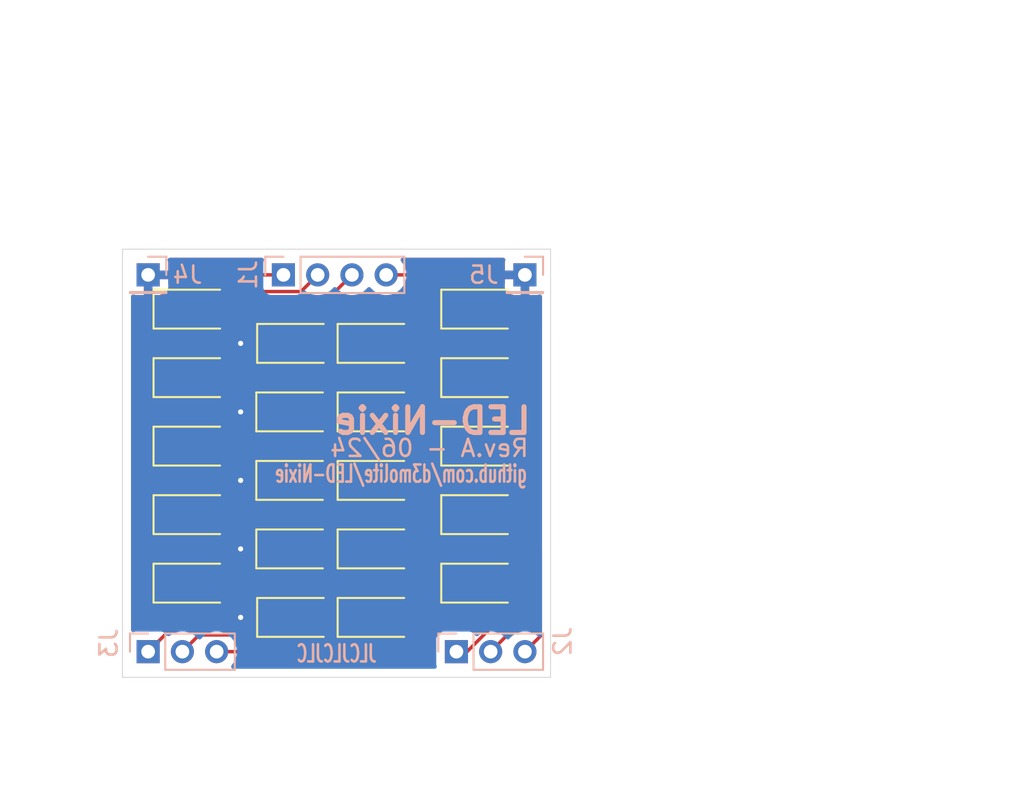
<source format=kicad_pcb>
(kicad_pcb (version 20240108) (generator "pcbnew") (generator_version "8.0")
  (layers (0 "F.Cu" signal) (31 "B.Cu" signal) (34 "B.Paste" user) (35 "F.Paste" user) (36 "B.SilkS" user "B.Silkscreen") (37 "F.SilkS" user "F.Silkscreen") (38 "B.Mask" user) (39 "F.Mask" user) (44 "Edge.Cuts" user))
  (net 0 "")
  (net 1 "Net-(D1-K)")
  (net 2 "GND")
  (net 3 "Net-(D3-K)")
  (net 4 "Net-(D5-K)")
  (net 5 "Net-(D7-K)")
  (net 6 "Net-(D10-A)")
  (net 7 "Net-(D11-K)")
  (net 8 "Net-(D13-K)")
  (net 9 "Net-(D15-K)")
  (net 10 "Net-(D1-A)")
  (net 11 "Net-(D3-A)")
  (net 12 "Net-(D5-A)")
  (net 13 "Net-(D7-A)")
  (net 14 "Net-(D9-A)")
  (net 15 "Net-(D11-A)")
  (net 16 "Net-(D13-A)")
  (net 17 "Net-(D15-A)")
  (net 18 "Net-(D17-A)")
  (net 19 "Net-(D17-K)")
  (net 20 "Net-(D19-K)")
  (net 21 "Net-(D19-A)")
  (footprint "custom_footprints:LED_1206_3216Metric_nosilkscreen" (layer "F.Cu") (at 97.6 41)
    (property "Reference" "D12" (hide yes))
    (property "Value" "LED" (hide yes))
    (fp_line (start -2.285 -1.135) (end -2.285 1.135) (stroke (width 0.12)) (layer "F.SilkS"))
    (fp_line (start -2.285 1.135) (end 1.6 1.135) (stroke (width 0.12)) (layer "F.SilkS"))
    (fp_line (start 1.6 -1.135) (end -2.285 -1.135) (stroke (width 0.12)) (layer "F.SilkS"))
    (pad "1" smd roundrect (at -1.4 0) (size 1.25 1.75) (layers "F.Cu" "F.Paste" "F.Mask") (roundrect_rratio 0.2) (net 2 "GND"))
    (pad "2" smd roundrect (at 1.4 0) (size 1.25 1.75) (layers "F.Cu" "F.Paste" "F.Mask") (roundrect_rratio 0.2) (net 7 "Net-(D11-K)"))
  )
  (footprint "custom_footprints:LED_1206_3216Metric_nosilkscreen" (layer "F.Cu") (at 91.6 39)
    (property "Reference" "D10" (hide yes))
    (property "Value" "LED" (hide yes))
    (fp_line (start -2.285 -1.135) (end -2.285 1.135) (stroke (width 0.12)) (layer "F.SilkS"))
    (fp_line (start -2.285 1.135) (end 1.6 1.135) (stroke (width 0.12)) (layer "F.SilkS"))
    (fp_line (start 1.6 -1.135) (end -2.285 -1.135) (stroke (width 0.12)) (layer "F.SilkS"))
    (pad "1" smd roundrect (at -1.4 0) (size 1.25 1.75) (layers "F.Cu" "F.Paste" "F.Mask") (roundrect_rratio 0.2) (net 2 "GND"))
    (pad "2" smd roundrect (at 1.4 0) (size 1.25 1.75) (layers "F.Cu" "F.Paste" "F.Mask") (roundrect_rratio 0.2) (net 6 "Net-(D10-A)"))
  )
  (footprint "custom_footprints:LED_1206_3216Metric_nosilkscreen" (layer "F.Cu") (at 91.6 35)
    (property "Reference" "D6" (hide yes))
    (property "Value" "LED" (hide yes))
    (fp_line (start -2.285 -1.135) (end -2.285 1.135) (stroke (width 0.12)) (layer "F.SilkS"))
    (fp_line (start -2.285 1.135) (end 1.6 1.135) (stroke (width 0.12)) (layer "F.SilkS"))
    (fp_line (start 1.6 -1.135) (end -2.285 -1.135) (stroke (width 0.12)) (layer "F.SilkS"))
    (pad "1" smd roundrect (at -1.4 0) (size 1.25 1.75) (layers "F.Cu" "F.Paste" "F.Mask") (roundrect_rratio 0.2) (net 2 "GND"))
    (pad "2" smd roundrect (at 1.4 0) (size 1.25 1.75) (layers "F.Cu" "F.Paste" "F.Mask") (roundrect_rratio 0.2) (net 4 "Net-(D5-K)"))
  )
  (footprint "custom_footprints:LED_1206_3216Metric_nosilkscreen" (layer "F.Cu") (at 97.65 33)
    (property "Reference" "D4" (hide yes))
    (property "Value" "LED" (hide yes))
    (fp_line (start -2.285 -1.135) (end -2.285 1.135) (stroke (width 0.12)) (layer "F.SilkS"))
    (fp_line (start -2.285 1.135) (end 1.6 1.135) (stroke (width 0.12)) (layer "F.SilkS"))
    (fp_line (start 1.6 -1.135) (end -2.285 -1.135) (stroke (width 0.12)) (layer "F.SilkS"))
    (pad "1" smd roundrect (at -1.4 0) (size 1.25 1.75) (layers "F.Cu" "F.Paste" "F.Mask") (roundrect_rratio 0.2) (net 2 "GND"))
    (pad "2" smd roundrect (at 1.4 0) (size 1.25 1.75) (layers "F.Cu" "F.Paste" "F.Mask") (roundrect_rratio 0.2) (net 3 "Net-(D3-K)"))
  )
  (footprint "custom_footprints:LED_1206_3216Metric_nosilkscreen" (layer "F.Cu") (at 102.35 37)
    (property "Reference" "D7" (hide yes))
    (property "Value" "LED" (hide yes))
    (fp_line (start -2.285 -1.135) (end -2.285 1.135) (stroke (width 0.12)) (layer "F.SilkS"))
    (fp_line (start -2.285 1.135) (end 1.6 1.135) (stroke (width 0.12)) (layer "F.SilkS"))
    (fp_line (start 1.6 -1.135) (end -2.285 -1.135) (stroke (width 0.12)) (layer "F.SilkS"))
    (pad "1" smd roundrect (at -1.4 0) (size 1.25 1.75) (layers "F.Cu" "F.Paste" "F.Mask") (roundrect_rratio 0.2) (net 5 "Net-(D7-K)"))
    (pad "2" smd roundrect (at 1.4 0) (size 1.25 1.75) (layers "F.Cu" "F.Paste" "F.Mask") (roundrect_rratio 0.2) (net 13 "Net-(D7-A)"))
  )
  (footprint "custom_footprints:LED_1206_3216Metric_nosilkscreen" (layer "F.Cu") (at 97.6 45)
    (property "Reference" "D16" (hide yes))
    (property "Value" "LED" (hide yes))
    (fp_line (start -2.285 -1.135) (end -2.285 1.135) (stroke (width 0.12)) (layer "F.SilkS"))
    (fp_line (start -2.285 1.135) (end 1.6 1.135) (stroke (width 0.12)) (layer "F.SilkS"))
    (fp_line (start 1.6 -1.135) (end -2.285 -1.135) (stroke (width 0.12)) (layer "F.SilkS"))
    (pad "1" smd roundrect (at -1.4 0) (size 1.25 1.75) (layers "F.Cu" "F.Paste" "F.Mask") (roundrect_rratio 0.2) (net 2 "GND"))
    (pad "2" smd roundrect (at 1.4 0) (size 1.25 1.75) (layers "F.Cu" "F.Paste" "F.Mask") (roundrect_rratio 0.2) (net 9 "Net-(D15-K)"))
  )
  (footprint "custom_footprints:LED_1206_3216Metric_nosilkscreen" (layer "F.Cu") (at 91.6 31)
    (property "Reference" "D2" (hide yes))
    (property "Value" "LED" (hide yes))
    (fp_line (start -2.285 -1.135) (end -2.285 1.135) (stroke (width 0.12)) (layer "F.SilkS"))
    (fp_line (start -2.285 1.135) (end 1.6 1.135) (stroke (width 0.12)) (layer "F.SilkS"))
    (fp_line (start 1.6 -1.135) (end -2.285 -1.135) (stroke (width 0.12)) (layer "F.SilkS"))
    (pad "1" smd roundrect (at -1.4 0) (size 1.25 1.75) (layers "F.Cu" "F.Paste" "F.Mask") (roundrect_rratio 0.2) (net 2 "GND"))
    (pad "2" smd roundrect (at 1.4 0) (size 1.25 1.75) (layers "F.Cu" "F.Paste" "F.Mask") (roundrect_rratio 0.2) (net 1 "Net-(D1-K)"))
  )
  (footprint "custom_footprints:LED_1206_3216Metric_nosilkscreen" (layer "F.Cu") (at 102.35 45)
    (property "Reference" "D15" (hide yes))
    (property "Value" "LED" (hide yes))
    (fp_line (start -2.285 -1.135) (end -2.285 1.135) (stroke (width 0.12)) (layer "F.SilkS"))
    (fp_line (start -2.285 1.135) (end 1.6 1.135) (stroke (width 0.12)) (layer "F.SilkS"))
    (fp_line (start 1.6 -1.135) (end -2.285 -1.135) (stroke (width 0.12)) (layer "F.SilkS"))
    (pad "1" smd roundrect (at -1.4 0) (size 1.25 1.75) (layers "F.Cu" "F.Paste" "F.Mask") (roundrect_rratio 0.2) (net 9 "Net-(D15-K)"))
    (pad "2" smd roundrect (at 1.4 0) (size 1.25 1.75) (layers "F.Cu" "F.Paste" "F.Mask") (roundrect_rratio 0.2) (net 17 "Net-(D15-A)"))
  )
  (footprint "custom_footprints:LED_1206_3216Metric_nosilkscreen" (layer "F.Cu") (at 91.6 47)
    (property "Reference" "D18" (hide yes))
    (property "Value" "LED" (hide yes))
    (fp_line (start -2.285 -1.135) (end -2.285 1.135) (stroke (width 0.12)) (layer "F.SilkS"))
    (fp_line (start -2.285 1.135) (end 1.6 1.135) (stroke (width 0.12)) (layer "F.SilkS"))
    (fp_line (start 1.6 -1.135) (end -2.285 -1.135) (stroke (width 0.12)) (layer "F.SilkS"))
    (pad "1" smd roundrect (at -1.4 0) (size 1.25 1.75) (layers "F.Cu" "F.Paste" "F.Mask") (roundrect_rratio 0.2) (net 2 "GND"))
    (pad "2" smd roundrect (at 1.4 0) (size 1.25 1.75) (layers "F.Cu" "F.Paste" "F.Mask") (roundrect_rratio 0.2) (net 19 "Net-(D17-K)"))
  )
  (footprint "custom_footprints:LED_1206_3216Metric_nosilkscreen" (layer "F.Cu") (at 108.4 35)
    (property "Reference" "D5" (hide yes))
    (property "Value" "LED" (hide yes))
    (fp_line (start -2.285 -1.135) (end -2.285 1.135) (stroke (width 0.12)) (layer "F.SilkS"))
    (fp_line (start -2.285 1.135) (end 1.6 1.135) (stroke (width 0.12)) (layer "F.SilkS"))
    (fp_line (start 1.6 -1.135) (end -2.285 -1.135) (stroke (width 0.12)) (layer "F.SilkS"))
    (pad "1" smd roundrect (at -1.4 0) (size 1.25 1.75) (layers "F.Cu" "F.Paste" "F.Mask") (roundrect_rratio 0.2) (net 4 "Net-(D5-K)"))
    (pad "2" smd roundrect (at 1.4 0) (size 1.25 1.75) (layers "F.Cu" "F.Paste" "F.Mask") (roundrect_rratio 0.2) (net 12 "Net-(D5-A)"))
  )
  (footprint "custom_footprints:LED_1206_3216Metric_nosilkscreen" (layer "F.Cu") (at 108.4 43)
    (property "Reference" "D13" (hide yes))
    (property "Value" "LED" (hide yes))
    (fp_line (start -2.285 -1.135) (end -2.285 1.135) (stroke (width 0.12)) (layer "F.SilkS"))
    (fp_line (start -2.285 1.135) (end 1.6 1.135) (stroke (width 0.12)) (layer "F.SilkS"))
    (fp_line (start 1.6 -1.135) (end -2.285 -1.135) (stroke (width 0.12)) (layer "F.SilkS"))
    (pad "1" smd roundrect (at -1.4 0) (size 1.25 1.75) (layers "F.Cu" "F.Paste" "F.Mask") (roundrect_rratio 0.2) (net 8 "Net-(D13-K)"))
    (pad "2" smd roundrect (at 1.4 0) (size 1.25 1.75) (layers "F.Cu" "F.Paste" "F.Mask") (roundrect_rratio 0.2) (net 16 "Net-(D13-A)"))
  )
  (footprint "custom_footprints:LED_1206_3216Metric_nosilkscreen" (layer "F.Cu") (at 97.6 37)
    (property "Reference" "D8" (hide yes))
    (property "Value" "LED" (hide yes))
    (fp_line (start -2.285 -1.135) (end -2.285 1.135) (stroke (width 0.12)) (layer "F.SilkS"))
    (fp_line (start -2.285 1.135) (end 1.6 1.135) (stroke (width 0.12)) (layer "F.SilkS"))
    (fp_line (start 1.6 -1.135) (end -2.285 -1.135) (stroke (width 0.12)) (layer "F.SilkS"))
    (pad "1" smd roundrect (at -1.4 0) (size 1.25 1.75) (layers "F.Cu" "F.Paste" "F.Mask") (roundrect_rratio 0.2) (net 2 "GND"))
    (pad "2" smd roundrect (at 1.4 0) (size 1.25 1.75) (layers "F.Cu" "F.Paste" "F.Mask") (roundrect_rratio 0.2) (net 5 "Net-(D7-K)"))
  )
  (footprint "custom_footprints:LED_1206_3216Metric_nosilkscreen" (layer "F.Cu") (at 102.35 33)
    (property "Reference" "D3" (hide yes))
    (property "Value" "LED" (hide yes))
    (fp_line (start -2.285 -1.135) (end -2.285 1.135) (stroke (width 0.12)) (layer "F.SilkS"))
    (fp_line (start -2.285 1.135) (end 1.6 1.135) (stroke (width 0.12)) (layer "F.SilkS"))
    (fp_line (start 1.6 -1.135) (end -2.285 -1.135) (stroke (width 0.12)) (layer "F.SilkS"))
    (pad "1" smd roundrect (at -1.4 0) (size 1.25 1.75) (layers "F.Cu" "F.Paste" "F.Mask") (roundrect_rratio 0.2) (net 3 "Net-(D3-K)"))
    (pad "2" smd roundrect (at 1.4 0) (size 1.25 1.75) (layers "F.Cu" "F.Paste" "F.Mask") (roundrect_rratio 0.2) (net 11 "Net-(D3-A)"))
  )
  (footprint "custom_footprints:LED_1206_3216Metric_nosilkscreen" (layer "F.Cu") (at 91.6 43)
    (property "Reference" "D14" (hide yes))
    (property "Value" "LED" (hide yes))
    (fp_line (start -2.285 -1.135) (end -2.285 1.135) (stroke (width 0.12)) (layer "F.SilkS"))
    (fp_line (start -2.285 1.135) (end 1.6 1.135) (stroke (width 0.12)) (layer "F.SilkS"))
    (fp_line (start 1.6 -1.135) (end -2.285 -1.135) (stroke (width 0.12)) (layer "F.SilkS"))
    (pad "1" smd roundrect (at -1.4 0) (size 1.25 1.75) (layers "F.Cu" "F.Paste" "F.Mask") (roundrect_rratio 0.2) (net 2 "GND"))
    (pad "2" smd roundrect (at 1.4 0) (size 1.25 1.75) (layers "F.Cu" "F.Paste" "F.Mask") (roundrect_rratio 0.2) (net 8 "Net-(D13-K)"))
  )
  (footprint "custom_footprints:LED_1206_3216Metric_nosilkscreen" (layer "F.Cu") (at 102.35 49)
    (property "Reference" "D19" (hide yes))
    (property "Value" "LED" (hide yes))
    (fp_line (start -2.285 -1.135) (end -2.285 1.135) (stroke (width 0.12)) (layer "F.SilkS"))
    (fp_line (start -2.285 1.135) (end 1.6 1.135) (stroke (width 0.12)) (layer "F.SilkS"))
    (fp_line (start 1.6 -1.135) (end -2.285 -1.135) (stroke (width 0.12)) (layer "F.SilkS"))
    (pad "1" smd roundrect (at -1.4 0) (size 1.25 1.75) (layers "F.Cu" "F.Paste" "F.Mask") (roundrect_rratio 0.2) (net 20 "Net-(D19-K)"))
    (pad "2" smd roundrect (at 1.4 0) (size 1.25 1.75) (layers "F.Cu" "F.Paste" "F.Mask") (roundrect_rratio 0.2) (net 21 "Net-(D19-A)"))
  )
  (footprint "custom_footprints:LED_1206_3216Metric_nosilkscreen" (layer "F.Cu") (at 108.4 47)
    (property "Reference" "D17" (hide yes))
    (property "Value" "LED" (hide yes))
    (fp_line (start -2.285 -1.135) (end -2.285 1.135) (stroke (width 0.12)) (layer "F.SilkS"))
    (fp_line (start -2.285 1.135) (end 1.6 1.135) (stroke (width 0.12)) (layer "F.SilkS"))
    (fp_line (start 1.6 -1.135) (end -2.285 -1.135) (stroke (width 0.12)) (layer "F.SilkS"))
    (pad "1" smd roundrect (at -1.4 0) (size 1.25 1.75) (layers "F.Cu" "F.Paste" "F.Mask") (roundrect_rratio 0.2) (net 19 "Net-(D17-K)"))
    (pad "2" smd roundrect (at 1.4 0) (size 1.25 1.75) (layers "F.Cu" "F.Paste" "F.Mask") (roundrect_rratio 0.2) (net 18 "Net-(D17-A)"))
  )
  (footprint "custom_footprints:LED_1206_3216Metric_nosilkscreen" (layer "F.Cu") (at 102.35 41)
    (property "Reference" "D11" (hide yes))
    (property "Value" "LED" (hide yes))
    (fp_line (start -2.285 -1.135) (end -2.285 1.135) (stroke (width 0.12)) (layer "F.SilkS"))
    (fp_line (start -2.285 1.135) (end 1.6 1.135) (stroke (width 0.12)) (layer "F.SilkS"))
    (fp_line (start 1.6 -1.135) (end -2.285 -1.135) (stroke (width 0.12)) (layer "F.SilkS"))
    (pad "1" smd roundrect (at -1.4 0) (size 1.25 1.75) (layers "F.Cu" "F.Paste" "F.Mask") (roundrect_rratio 0.2) (net 7 "Net-(D11-K)"))
    (pad "2" smd roundrect (at 1.4 0) (size 1.25 1.75) (layers "F.Cu" "F.Paste" "F.Mask") (roundrect_rratio 0.2) (net 15 "Net-(D11-A)"))
  )
  (footprint "custom_footprints:LED_1206_3216Metric_nosilkscreen" (layer "F.Cu") (at 97.65 49)
    (property "Reference" "D20" (hide yes))
    (property "Value" "LED" (hide yes))
    (fp_line (start -2.285 -1.135) (end -2.285 1.135) (stroke (width 0.12)) (layer "F.SilkS"))
    (fp_line (start -2.285 1.135) (end 1.6 1.135) (stroke (width 0.12)) (layer "F.SilkS"))
    (fp_line (start 1.6 -1.135) (end -2.285 -1.135) (stroke (width 0.12)) (layer "F.SilkS"))
    (pad "1" smd roundrect (at -1.4 0) (size 1.25 1.75) (layers "F.Cu" "F.Paste" "F.Mask") (roundrect_rratio 0.2) (net 2 "GND"))
    (pad "2" smd roundrect (at 1.4 0) (size 1.25 1.75) (layers "F.Cu" "F.Paste" "F.Mask") (roundrect_rratio 0.2) (net 20 "Net-(D19-K)"))
  )
  (footprint "custom_footprints:LED_1206_3216Metric_nosilkscreen" (layer "F.Cu") (at 108.4 31)
    (property "Reference" "D1" (hide yes))
    (property "Value" "LED" (hide yes))
    (fp_line (start -2.285 -1.135) (end -2.285 1.135) (stroke (width 0.12)) (layer "F.SilkS"))
    (fp_line (start -2.285 1.135) (end 1.6 1.135) (stroke (width 0.12)) (layer "F.SilkS"))
    (fp_line (start 1.6 -1.135) (end -2.285 -1.135) (stroke (width 0.12)) (layer "F.SilkS"))
    (pad "1" smd roundrect (at -1.4 0) (size 1.25 1.75) (layers "F.Cu" "F.Paste" "F.Mask") (roundrect_rratio 0.2) (net 1 "Net-(D1-K)"))
    (pad "2" smd roundrect (at 1.4 0) (size 1.25 1.75) (layers "F.Cu" "F.Paste" "F.Mask") (roundrect_rratio 0.2) (net 10 "Net-(D1-A)"))
  )
  (footprint "custom_footprints:LED_1206_3216Metric_nosilkscreen" (layer "F.Cu") (at 108.4 39)
    (property "Reference" "D9" (hide yes))
    (property "Value" "LED" (hide yes))
    (fp_line (start -2.285 -1.135) (end -2.285 1.135) (stroke (width 0.12)) (layer "F.SilkS"))
    (fp_line (start -2.285 1.135) (end 1.6 1.135) (stroke (width 0.12)) (layer "F.SilkS"))
    (fp_line (start 1.6 -1.135) (end -2.285 -1.135) (stroke (width 0.12)) (layer "F.SilkS"))
    (pad "1" smd roundrect (at -1.4 0) (size 1.25 1.75) (layers "F.Cu" "F.Paste" "F.Mask") (roundrect_rratio 0.2) (net 6 "Net-(D10-A)"))
    (pad "2" smd roundrect (at 1.4 0) (size 1.25 1.75) (layers "F.Cu" "F.Paste" "F.Mask") (roundrect_rratio 0.2) (net 14 "Net-(D9-A)"))
  )
  (footprint "Connector_PinHeader_2.00mm:PinHeader_1x03_P2.00mm_Vertical" (layer "B.Cu") (at 107 51 -90)
    (property "Reference" "J2" (at -0.6 -6.2 90) (layer "B.SilkS") (effects (justify mirror)))
    (property "Value" "Conn_01x03" (hide yes))
    (fp_line (start -1.06 1.06) (end -1.06 0) (stroke (width 0.12)) (layer "B.SilkS"))
    (fp_line (start 0 1.06) (end -1.06 1.06) (stroke (width 0.12)) (layer "B.SilkS"))
    (fp_line (start 1.06 -1) (end -1.06 -1) (stroke (width 0.12)) (layer "B.SilkS"))
    (fp_line (start -1.06 -5.06) (end -1.06 -1) (stroke (width 0.12)) (layer "B.SilkS"))
    (fp_line (start 1.06 -5.06) (end 1.06 -1) (stroke (width 0.12)) (layer "B.SilkS"))
    (fp_line (start 1.06 -5.06) (end -1.06 -5.06) (stroke (width 0.12)) (layer "B.SilkS"))
    (pad "1" thru_hole rect (at 0 0 270) (size 1.35 1.35) (drill 0.8) (layers "*.Cu" "*.Mask") (net 14 "Net-(D9-A)"))
    (pad "2" thru_hole oval (at 0 -2.000001 270) (size 1.35 1.35) (drill 0.8) (layers "*.Cu" "*.Mask") (net 15 "Net-(D11-A)"))
    (pad "3" thru_hole oval (at 0 -4 270) (size 1.35 1.35) (drill 0.8) (layers "*.Cu" "*.Mask") (net 16 "Net-(D13-A)"))
  )
  (footprint "Connector_PinHeader_2.00mm:PinHeader_1x03_P2.00mm_Vertical" (layer "B.Cu") (at 89 51 -90)
    (property "Reference" "J3" (at -0.5 2.3 90) (layer "B.SilkS") (effects (justify mirror)))
    (property "Value" "Conn_01x03" (hide yes))
    (fp_line (start -1.06 1.06) (end -1.06 0) (stroke (width 0.12)) (layer "B.SilkS"))
    (fp_line (start 0 1.06) (end -1.06 1.06) (stroke (width 0.12)) (layer "B.SilkS"))
    (fp_line (start 1.06 -1) (end -1.06 -1) (stroke (width 0.12)) (layer "B.SilkS"))
    (fp_line (start -1.06 -5.06) (end -1.06 -1) (stroke (width 0.12)) (layer "B.SilkS"))
    (fp_line (start 1.06 -5.06) (end 1.06 -1) (stroke (width 0.12)) (layer "B.SilkS"))
    (fp_line (start 1.06 -5.06) (end -1.06 -5.06) (stroke (width 0.12)) (layer "B.SilkS"))
    (pad "1" thru_hole rect (at 0 0 270) (size 1.35 1.35) (drill 0.8) (layers "*.Cu" "*.Mask") (net 17 "Net-(D15-A)"))
    (pad "2" thru_hole oval (at 0 -2.000001 270) (size 1.35 1.35) (drill 0.8) (layers "*.Cu" "*.Mask") (net 18 "Net-(D17-A)"))
    (pad "3" thru_hole oval (at 0 -4 270) (size 1.35 1.35) (drill 0.8) (layers "*.Cu" "*.Mask") (net 21 "Net-(D19-A)"))
  )
  (footprint "Connector_PinHeader_2.00mm:PinHeader_1x01_P2.00mm_Vertical" (layer "B.Cu") (at 89 29 180)
    (property "Reference" "J4" (at -2.3 0 0) (layer "B.SilkS") (effects (justify mirror)))
    (property "Value" "Conn_01x01" (hide yes))
    (fp_line (start 1.06 -1) (end -1.06 -1) (stroke (width 0.12)) (layer "B.SilkS"))
    (fp_line (start 1.06 -1.06) (end 1.06 -1) (stroke (width 0.12)) (layer "B.SilkS"))
    (fp_line (start 1.06 -1.06) (end -1.06 -1.06) (stroke (width 0.12)) (layer "B.SilkS"))
    (fp_line (start 0 1.06) (end -1.06 1.06) (stroke (width 0.12)) (layer "B.SilkS"))
    (fp_line (start -1.06 1.06) (end -1.06 0) (stroke (width 0.12)) (layer "B.SilkS"))
    (fp_line (start -1.06 -1.06) (end -1.06 -1) (stroke (width 0.12)) (layer "B.SilkS"))
    (pad "1" thru_hole rect (at 0 0 180) (size 1.35 1.35) (drill 0.8) (layers "*.Cu" "*.Mask") (net 2 "GND"))
  )
  (footprint "Connector_PinHeader_2.00mm:PinHeader_1x04_P2.00mm_Vertical" (layer "B.Cu") (at 96.9 29 -90)
    (property "Reference" "J1" (at 0 2.06 90) (layer "B.SilkS") (effects (justify mirror)))
    (property "Value" "Conn_01x04" (hide yes))
    (fp_line (start -1.06 1.06) (end -1.06 0) (stroke (width 0.12)) (layer "B.SilkS"))
    (fp_line (start 0 1.06) (end -1.06 1.06) (stroke (width 0.12)) (layer "B.SilkS"))
    (fp_line (start 1.06 -1) (end -1.06 -1) (stroke (width 0.12)) (layer "B.SilkS"))
    (fp_line (start -1.06 -7.06) (end -1.06 -1) (stroke (width 0.12)) (layer "B.SilkS"))
    (fp_line (start 1.06 -7.06) (end 1.06 -1) (stroke (width 0.12)) (layer "B.SilkS"))
    (fp_line (start 1.06 -7.06) (end -1.06 -7.06) (stroke (width 0.12)) (layer "B.SilkS"))
    (pad "1" thru_hole rect (at 0 0 270) (size 1.35 1.35) (drill 0.8) (layers "*.Cu" "*.Mask") (net 10 "Net-(D1-A)"))
    (pad "2" thru_hole oval (at 0 -2.000001 270) (size 1.35 1.35) (drill 0.8) (layers "*.Cu" "*.Mask") (net 11 "Net-(D3-A)"))
    (pad "3" thru_hole oval (at 0 -4 270) (size 1.35 1.35) (drill 0.8) (layers "*.Cu" "*.Mask") (net 12 "Net-(D5-A)"))
    (pad "4" thru_hole oval (at 0 -6 270) (size 1.35 1.35) (drill 0.8) (layers "*.Cu" "*.Mask") (net 13 "Net-(D7-A)"))
  )
  (footprint "Connector_PinHeader_2.00mm:PinHeader_1x01_P2.00mm_Vertical" (layer "B.Cu") (at 111 29 180)
    (property "Reference" "J5" (at 2.4 0 0) (layer "B.SilkS") (effects (justify mirror)))
    (property "Value" "Conn_01x01" (hide yes))
    (fp_line (start 1.06 -1) (end -1.06 -1) (stroke (width 0.12)) (layer "B.SilkS"))
    (fp_line (start 1.06 -1.06) (end 1.06 -1) (stroke (width 0.12)) (layer "B.SilkS"))
    (fp_line (start 1.06 -1.06) (end -1.06 -1.06) (stroke (width 0.12)) (layer "B.SilkS"))
    (fp_line (start 0 1.06) (end -1.06 1.06) (stroke (width 0.12)) (layer "B.SilkS"))
    (fp_line (start -1.06 1.06) (end -1.06 0) (stroke (width 0.12)) (layer "B.SilkS"))
    (fp_line (start -1.06 -1.06) (end -1.06 -1) (stroke (width 0.12)) (layer "B.SilkS"))
    (pad "1" thru_hole rect (at 0 0 180) (size 1.35 1.35) (drill 0.8) (layers "*.Cu" "*.Mask") (net 2 "GND"))
  )
  (gr_rect (start 87.5 27.5) (end 112.5 52.5) (stroke (width 0.05)) (fill none) (layer "Edge.Cuts"))
  (gr_text "LED-Nixie" (at 111.5 38.4 0) (layer "B.SilkS") (effects (font (size 1.5 1.5) (thickness 0.3) (bold yes)) (justify left bottom mirror)))
  (gr_text "Rev.A - 06/24" (at 111.3 39.7 0) (layer "B.SilkS") (effects (font (size 1 1)) (justify left bottom mirror)))
  (gr_text "JLCJLCJLC" (at 100 51.7 0) (layer "B.SilkS") (effects (font (size 1 0.6) (thickness 0.15) (bold yes)) (justify bottom mirror)))
  (gr_text "github.com/d3molite/LED-Nixie" (at 111.2 41.2 0) (layer "B.SilkS") (effects (font (size 1 0.6) (thickness 0.15) (bold yes)) (justify left bottom mirror)))
  (segment (start 93 31) (end 107 31) (width 0.2) (layer "F.Cu") (net 1))
  (segment (start 96.25 49) (end 94.4 49) (width 0.2) (layer "F.Cu") (net 2))
  (segment (start 96.2 45) (end 94.4 45) (width 0.2) (layer "F.Cu") (net 2))
  (segment (start 96.25 33) (end 94.4 33) (width 0.2) (layer "F.Cu") (net 2))
  (segment (start 96.2 37) (end 94.4 37) (width 0.2) (layer "F.Cu") (net 2))
  (segment (start 96.2 41) (end 94.4 41) (width 0.2) (layer "F.Cu") (net 2))
  (via (at 94.4 37) (size 0.6) (drill 0.3) (layers "F.Cu" "B.Cu") (net 2))
  (via (at 94.4 49) (size 0.6) (drill 0.3) (layers "F.Cu" "B.Cu") (net 2))
  (via (at 94.4 41) (size 0.6) (drill 0.3) (layers "F.Cu" "B.Cu") (net 2))
  (via (at 94.4 33) (size 0.6) (drill 0.3) (layers "F.Cu" "B.Cu") (net 2))
  (via (at 94.4 45) (size 0.6) (drill 0.3) (layers "F.Cu" "B.Cu") (net 2))
  (segment (start 99.05 33) (end 100.95 33) (width 0.2) (layer "F.Cu") (net 3))
  (segment (start 99 33.1) (end 99.1 33.1) (width 0.2) (layer "F.Cu") (net 3))
  (segment (start 98.9 33) (end 99 33.1) (width 0.2) (layer "F.Cu") (net 3))
  (segment (start 93 35) (end 107 35) (width 0.2) (layer "F.Cu") (net 4))
  (segment (start 99 37) (end 100.95 37) (width 0.2) (layer "F.Cu") (net 5))
  (segment (start 93 39) (end 107 39) (width 0.2) (layer "F.Cu") (net 6))
  (segment (start 99 41) (end 100.95 41) (width 0.2) (layer "F.Cu") (net 7))
  (segment (start 93 43) (end 107 43) (width 0.2) (layer "F.Cu") (net 8))
  (segment (start 99 45) (end 100.95 45) (width 0.2) (layer "F.Cu") (net 9))
  (segment (start 96.9 29) (end 91.6 29) (width 0.2) (layer "F.Cu") (net 10))
  (segment (start 91.125 29.475) (end 91.125 36.825) (width 0.2) (layer "F.Cu") (net 10))
  (segment (start 91.9 37.6) (end 94.151471 37.6) (width 0.2) (layer "F.Cu") (net 10))
  (segment (start 109.059744 37.525) (end 111.2 35.384744) (width 0.2) (layer "F.Cu") (net 10))
  (segment (start 105.615256 38.6) (end 106.690256 37.525) (width 0.2) (layer "F.Cu") (net 10))
  (segment (start 106.690256 37.525) (end 109.059744 37.525) (width 0.2) (layer "F.Cu") (net 10))
  (segment (start 91.6 29) (end 91.125 29.475) (width 0.2) (layer "F.Cu") (net 10))
  (segment (start 111.2 35.384744) (end 111.2 32.4) (width 0.2) (layer "F.Cu") (net 10))
  (segment (start 111.2 32.4) (end 109.8 31) (width 0.2) (layer "F.Cu") (net 10))
  (segment (start 91.125 36.825) (end 91.9 37.6) (width 0.2) (layer "F.Cu") (net 10))
  (segment (start 95.151471 38.6) (end 105.615256 38.6) (width 0.2) (layer "F.Cu") (net 10))
  (segment (start 94.151471 37.6) (end 95.151471 38.6) (width 0.2) (layer "F.Cu") (net 10))
  (segment (start 98.900001 29) (end 97.925001 29.975) (width 0.2) (layer "F.Cu") (net 11))
  (segment (start 91.525 32.225) (end 92.3 33) (width 0.2) (layer "F.Cu") (net 11))
  (segment (start 91.525 29.675) (end 91.525 32.225) (width 0.2) (layer "F.Cu") (net 11))
  (segment (start 94.751471 31.8) (end 102.55 31.8) (width 0.2) (layer "F.Cu") (net 11))
  (segment (start 95.475 29.975) (end 94.9 29.4) (width 0.2) (layer "F.Cu") (net 11))
  (segment (start 97.925001 29.975) (end 95.475 29.975) (width 0.2) (layer "F.Cu") (net 11))
  (segment (start 93.551471 33) (end 94.751471 31.8) (width 0.2) (layer "F.Cu") (net 11))
  (segment (start 91.8 29.4) (end 91.525 29.675) (width 0.2) (layer "F.Cu") (net 11))
  (segment (start 94.9 29.4) (end 91.8 29.4) (width 0.2) (layer "F.Cu") (net 11))
  (segment (start 102.55 31.8) (end 103.75 33) (width 0.2) (layer "F.Cu") (net 11))
  (segment (start 92.3 33) (end 93.551471 33) (width 0.2) (layer "F.Cu") (net 11))
  (segment (start 92.075 31.859744) (end 92.408148 32.192892) (width 0.2) (layer "F.Cu") (net 12))
  (segment (start 92.408148 32.192892) (end 93.792893 32.192892) (width 0.2) (layer "F.Cu") (net 12))
  (segment (start 93.851471 36.7) (end 94.726471 35.825) (width 0.2) (layer "F.Cu") (net 12))
  (segment (start 99.3 30.6) (end 94.384744 30.6) (width 0.2) (layer "F.Cu") (net 12))
  (segment (start 94.52543 34.175) (end 93.77543 33.425) (width 0.2) (layer "F.Cu") (net 12))
  (segment (start 104.675 32.140256) (end 104.675 33.859744) (width 0.2) (layer "F.Cu") (net 12))
  (segment (start 100.9 29) (end 99.3 30.6) (width 0.2) (layer "F.Cu") (net 12))
  (segment (start 97.125 36.925) (end 98.375 38.175) (width 0.2) (layer "F.Cu") (net 12))
  (segment (start 104.359744 34.175) (end 94.52543 34.175) (width 0.2) (layer "F.Cu") (net 12))
  (segment (start 94.384744 30.6) (end 93.609744 29.825) (width 0.2) (layer "F.Cu") (net 12))
  (segment (start 93.77543 33.425) (end 92.22457 33.425) (width 0.2) (layer "F.Cu") (net 12))
  (segment (start 92.34957 36.7) (end 93.851471 36.7) (width 0.2) (layer "F.Cu") (net 12))
  (segment (start 97.125 36.140256) (end 97.125 36.925) (width 0.2) (layer "F.Cu") (net 12))
  (segment (start 91.675 36.02543) (end 92.34957 36.7) (width 0.2) (layer "F.Cu") (net 12))
  (segment (start 92.075 30.140256) (end 92.075 31.859744) (width 0.2) (layer "F.Cu") (net 12))
  (segment (start 93.609744 29.825) (end 92.390256 29.825) (width 0.2) (layer "F.Cu") (net 12))
  (segment (start 94.726471 35.825) (end 96.809744 35.825) (width 0.2) (layer "F.Cu") (net 12))
  (segment (start 91.675 33.97457) (end 91.675 36.02543) (width 0.2) (layer "F.Cu") (net 12))
  (segment (start 92.390256 29.825) (end 92.075 30.140256) (width 0.2) (layer "F.Cu") (net 12))
  (segment (start 92.22457 33.425) (end 91.675 33.97457) (width 0.2) (layer "F.Cu") (net 12))
  (segment (start 105.47457 38.175) (end 106.52457 37.125) (width 0.2) (layer "F.Cu") (net 12))
  (segment (start 94.585785 31.4) (end 103.934744 31.4) (width 0.2) (layer "F.Cu") (net 12))
  (segment (start 96.809744 35.825) (end 97.125 36.140256) (width 0.2) (layer "F.Cu") (net 12))
  (segment (start 106.52457 37.125) (end 107.675 37.125) (width 0.2) (layer "F.Cu") (net 12))
  (segment (start 98.375 38.175) (end 105.47457 38.175) (width 0.2) (layer "F.Cu") (net 12))
  (segment (start 93.792893 32.192892) (end 94.585785 31.4) (width 0.2) (layer "F.Cu") (net 12))
  (segment (start 103.934744 31.4) (end 104.675 32.140256) (width 0.2) (layer "F.Cu") (net 12))
  (segment (start 107.675 37.125) (end 109.8 35) (width 0.2) (layer "F.Cu") (net 12))
  (segment (start 104.675 33.859744) (end 104.359744 34.175) (width 0.2) (layer "F.Cu") (net 12))
  (segment (start 92.390256 33.825) (end 92.075 34.140256) (width 0.2) (layer "F.Cu") (net 13))
  (segment (start 102.9 29) (end 106.784744 29) (width 0.2) (layer "F.Cu") (net 13))
  (segment (start 93.609744 33.825) (end 92.390256 33.825) (width 0.2) (layer "F.Cu") (net 13))
  (segment (start 94.5 35.4) (end 103.1 35.4) (width 0.2) (layer "F.Cu") (net 13))
  (segment (start 106.784744 29) (end 107.925 30.140256) (width 0.2) (layer "F.Cu") (net 13))
  (segment (start 92.075 34.140256) (end 92.075 35.859744) (width 0.2) (layer "F.Cu") (net 13))
  (segment (start 107.925 32.275) (end 105.6 34.6) (width 0.2) (layer "F.Cu") (net 13))
  (segment (start 94.384744 34.6) (end 93.609744 33.825) (width 0.2) (layer "F.Cu") (net 13))
  (segment (start 103.1 35.4) (end 103.75 36.05) (width 0.2) (layer "F.Cu") (net 13))
  (segment (start 107.925 30.140256) (end 107.925 32.275) (width 0.2) (layer "F.Cu") (net 13))
  (segment (start 92.515256 36.3) (end 93.6 36.3) (width 0.2) (layer "F.Cu") (net 13))
  (segment (start 105.6 34.6) (end 94.384744 34.6) (width 0.2) (layer "F.Cu") (net 13))
  (segment (start 93.6 36.3) (end 94.5 35.4) (width 0.2) (layer "F.Cu") (net 13))
  (segment (start 103.75 36.05) (end 103.75 37) (width 0.2) (layer "F.Cu") (net 13))
  (segment (start 92.075 35.859744) (end 92.515256 36.3) (width 0.2) (layer "F.Cu") (net 13))
  (segment (start 107 51) (end 107.621141 51) (width 0.2) (layer "F.Cu") (net 14))
  (segment (start 105.134744 40.6) (end 108.2 40.6) (width 0.2) (layer "F.Cu") (net 14))
  (segment (start 106.790256 44.575) (end 106.007628 43.792372) (width 0.2) (layer "F.Cu") (net 14))
  (segment (start 92.390256 44.175) (end 91.6 43.384744) (width 0.2) (layer "F.Cu") (net 14))
  (segment (start 93.609744 44.175) (end 92.390256 44.175) (width 0.2) (layer "F.Cu") (net 14))
  (segment (start 108.2 40.6) (end 109.8 39) (width 0.2) (layer "F.Cu") (net 14))
  (segment (start 111.1 45.565686) (end 110.109314 44.575) (width 0.2) (layer "F.Cu") (net 14))
  (segment (start 111.1 47.521141) (end 111.1 45.565686) (width 0.2) (layer "F.Cu") (net 14))
  (segment (start 91.6 42.2) (end 93.975 39.825) (width 0.2) (layer "F.Cu") (net 14))
  (segment (start 93.975 39.825) (end 104.359744 39.825) (width 0.2) (layer "F.Cu") (net 14))
  (segment (start 91.6 43.384744) (end 91.6 42.2) (width 0.2) (layer "F.Cu") (net 14))
  (segment (start 106.007628 43.792372) (end 93.992372 43.792372) (width 0.2) (layer "F.Cu") (net 14))
  (segment (start 93.992372 43.792372) (end 93.609744 44.175) (width 0.2) (layer "F.Cu") (net 14))
  (segment (start 104.359744 39.825) (end 105.134744 40.6) (width 0.2) (layer "F.Cu") (net 14))
  (segment (start 107.621141 51) (end 111.1 47.521141) (width 0.2) (layer "F.Cu") (net 14))
  (segment (start 110.109314 44.575) (end 106.790256 44.575) (width 0.2) (layer "F.Cu") (net 14))
  (segment (start 110.275 44.175) (end 109.190256 44.175) (width 0.2) (layer "F.Cu") (net 15))
  (segment (start 111.5 48.5) (end 111.5 45.4) (width 0.2) (layer "F.Cu") (net 15))
  (segment (start 106.784744 41) (end 103.75 41) (width 0.2) (layer "F.Cu") (net 15))
  (segment (start 107.925 42.909744) (end 107.925 42.140256) (width 0.2) (layer "F.Cu") (net 15))
  (segment (start 109 51) (end 111.5 48.5) (width 0.2) (layer "F.Cu") (net 15))
  (segment (start 107.925 42.140256) (end 106.784744 41) (width 0.2) (layer "F.Cu") (net 15))
  (segment (start 111.5 45.4) (end 110.275 44.175) (width 0.2) (layer "F.Cu") (net 15))
  (segment (start 109.190256 44.175) (end 107.925 42.909744) (width 0.2) (layer "F.Cu") (net 15))
  (segment (start 111 51) (end 111.9 50.1) (width 0.2) (layer "F.Cu") (net 16))
  (segment (start 111.9 50.1) (end 111.9 45.1) (width 0.2) (layer "F.Cu") (net 16))
  (segment (start 111.9 45.1) (end 109.8 43) (width 0.2) (layer "F.Cu") (net 16))
  (segment (start 92.390256 45.825) (end 93.609744 45.825) (width 0.2) (layer "F.Cu") (net 17))
  (segment (start 93.609744 45.825) (end 94.384744 46.6) (width 0.2) (layer "F.Cu") (net 17))
  (segment (start 94.384744 46.6) (end 102.15 46.6) (width 0.2) (layer "F.Cu") (net 17))
  (segment (start 91.6 46.615256) (end 92.390256 45.825) (width 0.2) (layer "F.Cu") (net 17))
  (segment (start 91.6 48.4) (end 91.6 46.615256) (width 0.2) (layer "F.Cu") (net 17))
  (segment (start 102.15 46.6) (end 103.75 45) (width 0.2) (layer "F.Cu") (net 17))
  (segment (start 89 51) (end 91.6 48.4) (width 0.2) (layer "F.Cu") (net 17))
  (segment (start 108.625 48.175) (end 109.8 47) (width 0.2) (layer "F.Cu") (net 18))
  (segment (start 91 51) (end 91.975 50.025) (width 0.2) (layer "F.Cu") (net 18))
  (segment (start 103.140256 47.825) (end 106.025 47.825) (width 0.2) (layer "F.Cu") (net 18))
  (segment (start 102.009314 48.955942) (end 103.140256 47.825) (width 0.2) (layer "F.Cu") (net 18))
  (segment (start 102.009314 50.175) (end 102.009314 48.955942) (width 0.2) (layer "F.Cu") (net 18))
  (segment (start 95.640256 50.175) (end 102.009314 50.175) (width 0.2) (layer "F.Cu") (net 18))
  (segment (start 91.975 50.025) (end 95.490256 50.025) (width 0.2) (layer "F.Cu") (net 18))
  (segment (start 106.375 48.175) (end 108.625 48.175) (width 0.2) (layer "F.Cu") (net 18))
  (segment (start 106.025 47.825) (end 106.375 48.175) (width 0.2) (layer "F.Cu") (net 18))
  (segment (start 95.490256 50.025) (end 95.640256 50.175) (width 0.2) (layer "F.Cu") (net 18))
  (segment (start 93 47) (end 107 47) (width 0.2) (layer "F.Cu") (net 19))
  (segment (start 99.05 49) (end 100.95 49) (width 0.2) (layer "F.Cu") (net 20))
  (segment (start 101.75 51) (end 103.75 49) (width 0.2) (layer "F.Cu") (net 21))
  (segment (start 93 51) (end 101.75 51) (width 0.2) (layer "F.Cu") (net 21))
  (zone (net 2) (net_name "GND") (layer "F.Cu") (connect_pads (clearance 0.5)) (min_thickness 0.25) (fill yes (thermal_gap 0.5) (thermal_bridge_width 0.5))
    (polygon (pts (xy 87.7 27.7) (xy 112.3 27.7) (xy 112.3 52.3) (xy 87.7 52.3)))
  )
  (zone (net 2) (net_name "GND") (layer "B.Cu") (priority 1) (connect_pads (clearance 0.5)) (min_thickness 0.25) (fill yes (thermal_gap 0.5) (thermal_bridge_width 0.5))
    (polygon (pts (xy 87.7 27.7) (xy 112.3 27.7) (xy 112.3 52.3) (xy 87.7 52.3)))
  )
)
</source>
